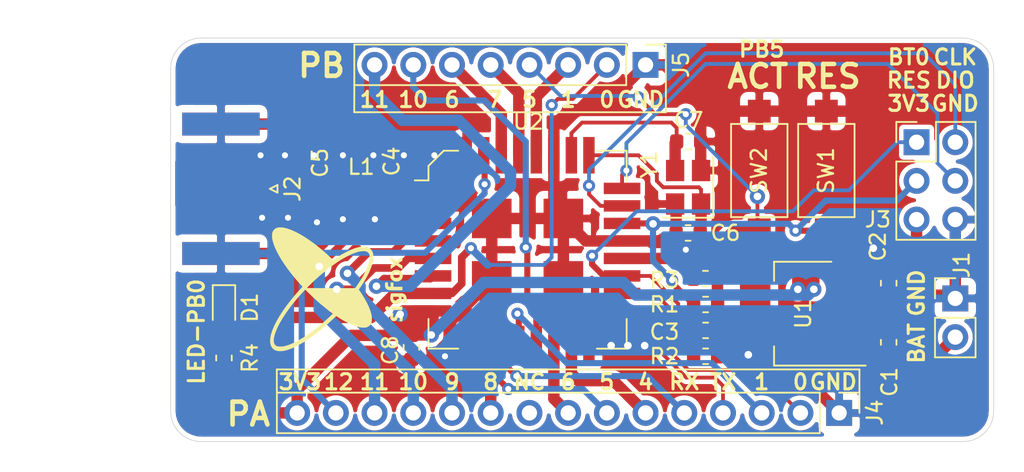
<source format=kicad_pcb>
(kicad_pcb (version 20171130) (host pcbnew 5.1.6)
  (layers (0 F.Cu signal) (31 B.Cu signal) (34 B.Paste user) (35 F.Paste user) (36 B.SilkS user) (37 F.SilkS user) (38 B.Mask user) (39 F.Mask user) (44 Edge.Cuts user))
  (net 0 "")
  (net 1 GND)
  (net 2 +BATT)
  (net 3 +3V3)
  (net 4 "Net-(C4-Pad1)")
  (net 5 "Net-(C5-Pad1)")
  (net 6 /SWDIO)
  (net 7 /SWCLK)
  (net 8 "Net-(C6-Pad1)")
  (net 9 "Net-(C7-Pad1)")
  (net 10 /NRESET)
  (net 11 /PB5)
  (net 12 /PA12)
  (net 13 /PB6)
  (net 14 /PB7)
  (net 15 /PB1)
  (net 16 /PA0)
  (net 17 /PA2_TX)
  (net 18 /PA4)
  (net 19 /PA6)
  (net 20 /PB10)
  (net 21 /PA1)
  (net 22 /PA3_RX)
  (net 23 /PA5)
  (net 24 /PA8)
  (net 25 /PB0)
  (net 26 /PB11)
  (net 27 /PA10)
  (net 28 /PA9)
  (net 29 /PA11)
  (net 30 /BOOT0)
  (net 31 "Net-(D1-Pad2)")
  (module Fiducial:Fiducial_0.75mm_Mask1.5mm (layer F.Cu) (at 157.2 71.1)
    (fp_text reference FID2 hide)
    (fp_text value Fiducial)
    (pad "" smd circle (at 0 0) (size 0.75 0.75) (layers F.Cu F.Mask) (clearance 0.375))
  )
  (module Fiducial:Fiducial_0.75mm_Mask1.5mm (layer F.Cu) (at 108.3 48.3)
    (fp_text reference FID1 hide)
    (fp_text value Fiducial)
    (pad "" smd circle (at 0 0) (size 0.75 0.75) (layers F.Cu F.Mask) (clearance 0.375))
  )
  (module Project:sigfoxlogo (layer F.Cu) (at 117 63 90)
    (fp_text reference G*** hide)
    (fp_text value LOGO hide)
  )
  (module Project:iMCP_HT32SX (layer F.Cu) (at 129.418 60.398)
    (fp_text reference U2 (at 0.05 -8.4) (layer F.SilkS))
    (fp_text value iMCP_HT32SX_2_2)
    (pad 33 smd custom (at -2.35 -2.05) (size 1 1) (layers F.Cu F.Paste F.Mask) (net 1 GND) (options (clearance outline) (anchor rect)) (primitives (gr_poly (pts (xy 1.3 1.3) (xy -1.3 1.3) (xy -1.3 -0.5) (xy -0.5 -1.3) (xy 1.3 -1.3)) (width 0))))
    (pad 33 smd rect (at 2.35 2.05) (size 2.6 2.6) (layers F.Cu F.Paste F.Mask) (net 1 GND))
    (pad 33 smd rect (at -2.35 2.05) (size 2.6 2.6) (layers F.Cu F.Paste F.Mask) (net 1 GND))
    (pad 33 smd rect (at 2.35 -2.05) (size 2.6 2.6) (layers F.Cu F.Paste F.Mask) (net 1 GND))
    (pad 32 smd rect (at -4.025 -6.2) (size 0.75 2.4) (layers F.Cu F.Paste F.Mask) (net 1 GND))
    (pad 31 smd rect (at -2.875 -6.2) (size 0.75 2.4) (layers F.Cu F.Paste F.Mask) (net 12 /PA12))
    (pad 30 smd rect (at -1.725 -6.2) (size 0.75 2.4) (layers F.Cu F.Paste F.Mask) (net 13 /PB6))
    (pad 29 smd rect (at -0.575 -6.2) (size 0.75 2.4) (layers F.Cu F.Paste F.Mask) (net 14 /PB7))
    (pad 28 smd rect (at 0.575 -6.2) (size 0.75 2.4) (layers F.Cu F.Paste F.Mask) (net 15 /PB1))
    (pad 27 smd rect (at 1.725 -6.2) (size 0.75 2.4) (layers F.Cu F.Paste F.Mask) (net 1 GND))
    (pad 26 smd rect (at 2.875 -6.2) (size 0.75 2.4) (layers F.Cu F.Paste F.Mask) (net 9 "Net-(C7-Pad1)"))
    (pad 25 smd rect (at 4.025 -6.2) (size 0.75 2.4) (layers F.Cu F.Paste F.Mask) (net 8 "Net-(C6-Pad1)"))
    (pad 24 smd rect (at 6.2 -4.025) (size 2.4 0.75) (layers F.Cu F.Paste F.Mask) (net 6 /SWDIO))
    (pad 23 smd rect (at 6.2 -2.875) (size 2.4 0.75) (layers F.Cu F.Paste F.Mask) (net 7 /SWCLK))
    (pad 22 smd rect (at 6.2 -1.725) (size 2.4 0.75) (layers F.Cu F.Paste F.Mask) (net 10 /NRESET))
    (pad 21 smd rect (at 6.2 -0.575) (size 2.4 0.75) (layers F.Cu F.Paste F.Mask) (net 1 GND))
    (pad 20 smd rect (at 6.2 0.575) (size 2.4 0.75) (layers F.Cu F.Paste F.Mask) (net 11 /PB5))
    (pad 19 smd rect (at 6.2 1.725) (size 2.4 0.75) (layers F.Cu F.Paste F.Mask) (net 30 /BOOT0))
    (pad 18 smd rect (at 6.2 2.875) (size 2.4 0.75) (layers F.Cu F.Paste F.Mask) (net 16 /PA0))
    (pad 17 smd rect (at 6.2 4.025) (size 2.4 0.75) (layers F.Cu F.Paste F.Mask) (net 17 /PA2_TX))
    (pad 16 smd rect (at 4.025 6.2) (size 0.75 2.4) (layers F.Cu F.Paste F.Mask) (net 1 GND))
    (pad 15 smd rect (at 2.875 6.2) (size 0.75 2.4) (layers F.Cu F.Paste F.Mask) (net 18 /PA4))
    (pad 14 smd rect (at 1.725 6.2) (size 0.75 2.4) (layers F.Cu F.Paste F.Mask) (net 19 /PA6))
    (pad 13 smd rect (at 0.575 6.2) (size 0.75 2.4) (layers F.Cu F.Paste F.Mask) (net 20 /PB10))
    (pad 12 smd rect (at -0.575 6.2) (size 0.75 2.4) (layers F.Cu F.Paste F.Mask) (net 21 /PA1))
    (pad 11 smd rect (at -1.725 6.2) (size 0.75 2.4) (layers F.Cu F.Paste F.Mask) (net 22 /PA3_RX))
    (pad 10 smd rect (at -2.875 6.2) (size 0.75 2.4) (layers F.Cu F.Paste F.Mask) (net 23 /PA5))
    (pad 9 smd rect (at -4.025 6.2) (size 0.75 2.4) (layers F.Cu F.Paste F.Mask) (net 24 /PA8))
    (pad 8 smd rect (at -6.2 4.025) (size 2.4 0.75) (layers F.Cu F.Paste F.Mask) (net 3 +3V3))
    (pad 7 smd rect (at -6.2 2.875) (size 2.4 0.75) (layers F.Cu F.Paste F.Mask) (net 25 /PB0))
    (pad 6 smd rect (at -6.2 1.725) (size 2.4 0.75) (layers F.Cu F.Paste F.Mask) (net 26 /PB11))
    (pad 5 smd rect (at -6.2 0.575) (size 2.4 0.75) (layers F.Cu F.Paste F.Mask) (net 27 /PA10))
    (pad 4 smd rect (at -6.2 -0.575) (size 2.4 0.75) (layers F.Cu F.Paste F.Mask) (net 28 /PA9))
    (pad 3 smd rect (at -6.2 -1.725) (size 2.4 0.75) (layers F.Cu F.Paste F.Mask) (net 29 /PA11))
    (pad 2 smd rect (at -6.2 -2.875) (size 2.4 0.75) (layers F.Cu F.Paste F.Mask) (net 1 GND))
    (pad 1 smd rect (at -6.2 -4.025) (size 2.4 0.75) (layers F.Cu F.Paste F.Mask) (net 4 "Net-(C4-Pad1)"))
  )
  (module Connector_PinHeader_2.54mm:PinHeader_1x08_P2.54mm_Vertical (layer F.Cu) (at 137.16 48.26 270)
    (fp_text reference J5 (at 0 -2.33 90) (layer F.SilkS))
    (fp_text value PORTB)
    (pad 8 thru_hole oval (at 0 17.78 270) (size 1.7 1.7) (drill 1) (layers *.Cu *.Mask) (net 26 /PB11))
    (pad 7 thru_hole oval (at 0 15.24 270) (size 1.7 1.7) (drill 1) (layers *.Cu *.Mask) (net 20 /PB10))
    (pad 6 thru_hole oval (at 0 12.7 270) (size 1.7 1.7) (drill 1) (layers *.Cu *.Mask) (net 13 /PB6))
    (pad 5 thru_hole oval (at 0 10.16 270) (size 1.7 1.7) (drill 1) (layers *.Cu *.Mask) (net 14 /PB7))
    (pad 4 thru_hole oval (at 0 7.62 270) (size 1.7 1.7) (drill 1) (layers *.Cu *.Mask) (net 11 /PB5))
    (pad 3 thru_hole oval (at 0 5.08 270) (size 1.7 1.7) (drill 1) (layers *.Cu *.Mask) (net 15 /PB1))
    (pad 2 thru_hole oval (at 0 2.54 270) (size 1.7 1.7) (drill 1) (layers *.Cu *.Mask) (net 25 /PB0))
    (pad 1 thru_hole rect (at 0 0 270) (size 1.7 1.7) (drill 1) (layers *.Cu *.Mask) (net 1 GND))
  )
  (module Resistor_SMD:R_0603_1608Metric (layer F.Cu) (at 109.5 67.5125 90)
    (fp_text reference R4 (at 0 1.7 90) (layer F.SilkS))
    (fp_text value R)
    (pad 2 smd roundrect (at 0.7875 0 90) (size 0.875 0.95) (layers F.Cu F.Paste F.Mask) (net 31 "Net-(D1-Pad2)"))
    (pad 1 smd roundrect (at -0.7875 0 90) (size 0.875 0.95) (layers F.Cu F.Paste F.Mask) (net 3 +3V3))
  )
  (module LED_SMD:LED_0603_1608Metric (layer F.Cu) (at 109.5 64.2125 270)
    (fp_text reference D1 (at -0.0125 -1.7 90) (layer F.SilkS))
    (fp_text value RED)
    (pad 2 smd roundrect (at 0.7875 0 270) (size 0.875 0.95) (layers F.Cu F.Paste F.Mask) (net 31 "Net-(D1-Pad2)"))
    (pad 1 smd roundrect (at -0.7875 0 270) (size 0.875 0.95) (layers F.Cu F.Paste F.Mask) (net 25 /PB0))
  )
  (module Connector_PinHeader_2.54mm:PinHeader_1x15_P2.54mm_Vertical (layer F.Cu) (at 149.86 71.12 270)
    (fp_text reference J4 (at -0.02 -2.34 90) (layer F.SilkS))
    (fp_text value PORTA)
    (pad 15 thru_hole oval (at 0 35.56 270) (size 1.7 1.7) (drill 1) (layers *.Cu *.Mask) (net 3 +3V3))
    (pad 14 thru_hole oval (at 0 33.02 270) (size 1.7 1.7) (drill 1) (layers *.Cu *.Mask) (net 12 /PA12))
    (pad 13 thru_hole oval (at 0 30.48 270) (size 1.7 1.7) (drill 1) (layers *.Cu *.Mask) (net 29 /PA11))
    (pad 12 thru_hole oval (at 0 27.94 270) (size 1.7 1.7) (drill 1) (layers *.Cu *.Mask) (net 27 /PA10))
    (pad 11 thru_hole oval (at 0 25.4 270) (size 1.7 1.7) (drill 1) (layers *.Cu *.Mask) (net 28 /PA9))
    (pad 10 thru_hole oval (at 0 22.86 270) (size 1.7 1.7) (drill 1) (layers *.Cu *.Mask) (net 24 /PA8))
    (pad 9 thru_hole oval (at 0 20.32 270) (size 1.7 1.7) (drill 1) (layers *.Cu *.Mask))
    (pad 8 thru_hole oval (at 0 17.78 270) (size 1.7 1.7) (drill 1) (layers *.Cu *.Mask) (net 19 /PA6))
    (pad 7 thru_hole oval (at 0 15.24 270) (size 1.7 1.7) (drill 1) (layers *.Cu *.Mask) (net 23 /PA5))
    (pad 6 thru_hole oval (at 0 12.7 270) (size 1.7 1.7) (drill 1) (layers *.Cu *.Mask) (net 18 /PA4))
    (pad 5 thru_hole oval (at 0 10.16 270) (size 1.7 1.7) (drill 1) (layers *.Cu *.Mask) (net 22 /PA3_RX))
    (pad 4 thru_hole oval (at 0 7.62 270) (size 1.7 1.7) (drill 1) (layers *.Cu *.Mask) (net 17 /PA2_TX))
    (pad 3 thru_hole oval (at 0 5.08 270) (size 1.7 1.7) (drill 1) (layers *.Cu *.Mask) (net 21 /PA1))
    (pad 2 thru_hole oval (at 0 2.54 270) (size 1.7 1.7) (drill 1) (layers *.Cu *.Mask) (net 16 /PA0))
    (pad 1 thru_hole rect (at 0 0 270) (size 1.7 1.7) (drill 1) (layers *.Cu *.Mask) (net 1 GND))
  )
  (module Connector_PinHeader_2.54mm:PinHeader_2x03_P2.54mm_Vertical (layer F.Cu) (at 154.94 53.34)
    (fp_text reference J3 (at -2.54 5.08) (layer F.SilkS))
    (fp_text value Programmer)
    (pad 6 thru_hole oval (at 2.54 5.08) (size 1.7 1.7) (drill 1) (layers *.Cu *.Mask) (net 1 GND))
    (pad 5 thru_hole oval (at 0 5.08) (size 1.7 1.7) (drill 1) (layers *.Cu *.Mask) (net 3 +3V3))
    (pad 4 thru_hole oval (at 2.54 2.54) (size 1.7 1.7) (drill 1) (layers *.Cu *.Mask) (net 6 /SWDIO))
    (pad 3 thru_hole oval (at 0 2.54) (size 1.7 1.7) (drill 1) (layers *.Cu *.Mask) (net 10 /NRESET))
    (pad 2 thru_hole oval (at 2.54 0) (size 1.7 1.7) (drill 1) (layers *.Cu *.Mask) (net 7 /SWCLK))
    (pad 1 thru_hole rect (at 0 0) (size 1.7 1.7) (drill 1) (layers *.Cu *.Mask) (net 30 /BOOT0))
  )
  (module Connector_PinHeader_2.54mm:PinHeader_1x02_P2.54mm_Vertical (layer F.Cu) (at 157.48 63.6)
    (fp_text reference J1 (at 0.42 -2.2 90) (layer F.SilkS))
    (fp_text value Power)
    (pad 2 thru_hole oval (at 0 2.54) (size 1.7 1.7) (drill 1) (layers *.Cu *.Mask) (net 2 +BATT))
    (pad 1 thru_hole rect (at 0 0) (size 1.7 1.7) (drill 1) (layers *.Cu *.Mask) (net 1 GND))
  )
  (module Button_Switch_SMD:SW_SPST_CK_RS282G05A3 (layer F.Cu) (at 144.62 55.2 90)
    (fp_text reference SW2 (at 0 -0.02 90) (layer F.SilkS))
    (fp_text value "Action Button")
    (pad 2 smd rect (at 3.9 0 90) (size 1.5 1.5) (layers F.Cu F.Paste F.Mask) (net 1 GND))
    (pad 1 smd rect (at -3.9 0 90) (size 1.5 1.5) (layers F.Cu F.Paste F.Mask) (net 11 /PB5))
  )
  (module Resistor_SMD:R_0603_1608Metric (layer F.Cu) (at 141.0875 62.3 180)
    (fp_text reference R3 (at 2.6875 -0.1) (layer F.SilkS))
    (fp_text value 100K)
    (pad 2 smd roundrect (at 0.7875 0 180) (size 0.875 0.95) (layers F.Cu F.Paste F.Mask) (net 11 /PB5))
    (pad 1 smd roundrect (at -0.7875 0 180) (size 0.875 0.95) (layers F.Cu F.Paste F.Mask) (net 3 +3V3))
  )
  (module Capacitor_SMD:C_0603_1608Metric (layer F.Cu) (at 121.8 66.8125 270)
    (fp_text reference C8 (at 0.1875 1.4 90) (layer F.SilkS))
    (fp_text value 100nF)
    (pad 2 smd roundrect (at 0.7875 0 270) (size 0.875 0.95) (layers F.Cu F.Paste F.Mask) (net 1 GND))
    (pad 1 smd roundrect (at -0.7875 0 270) (size 0.875 0.95) (layers F.Cu F.Paste F.Mask) (net 3 +3V3))
  )
  (module Crystal:Crystal_SMD_3225-4Pin_3.2x2.5mm (layer F.Cu) (at 139.95 56.3 90)
    (fp_text reference Y1 (at 1.5 -2.55 90) (layer F.SilkS))
    (fp_text value 25MHz)
    (pad 4 smd rect (at -1.1 -0.85 90) (size 1.4 1.2) (layers F.Cu F.Paste F.Mask) (net 1 GND))
    (pad 3 smd rect (at 1.1 -0.85 90) (size 1.4 1.2) (layers F.Cu F.Paste F.Mask) (net 9 "Net-(C7-Pad1)"))
    (pad 2 smd rect (at 1.1 0.85 90) (size 1.4 1.2) (layers F.Cu F.Paste F.Mask) (net 1 GND))
    (pad 1 smd rect (at -1.1 0.85 90) (size 1.4 1.2) (layers F.Cu F.Paste F.Mask) (net 8 "Net-(C6-Pad1)"))
  )
  (module Connector_Coaxial:SMA_Amphenol_132289_EdgeMount (layer F.Cu) (at 109.3 56.4 180)
    (fp_text reference J2 (at -4.7 0 90) (layer F.SilkS))
    (fp_text value Antenna)
    (pad 1 smd rect (at 0 0 270) (size 1.5 5.08) (layers F.Cu F.Paste F.Mask) (net 5 "Net-(C5-Pad1)"))
    (pad 2 smd rect (at 0 -4.25 270) (size 1.5 5.08) (layers F.Cu F.Paste F.Mask) (net 1 GND))
    (pad 2 smd rect (at 0 4.25 270) (size 1.5 5.08) (layers F.Cu F.Paste F.Mask) (net 1 GND))
    (pad 2 smd rect (at 0 -4.25 270) (size 1.5 5.08) (layers B.Cu B.Paste B.Mask) (net 1 GND))
    (pad 2 smd rect (at 0 4.25 270) (size 1.5 5.08) (layers B.Cu B.Paste B.Mask) (net 1 GND))
  )
  (module Capacitor_SMD:C_0603_1608Metric (layer F.Cu) (at 139.9875 53.3)
    (fp_text reference C7 (at -0.0125 -1.4) (layer F.SilkS))
    (fp_text value 12pF)
    (pad 2 smd roundrect (at 0.7875 0) (size 0.875 0.95) (layers F.Cu F.Paste F.Mask) (net 1 GND))
    (pad 1 smd roundrect (at -0.7875 0) (size 0.875 0.95) (layers F.Cu F.Paste F.Mask) (net 9 "Net-(C7-Pad1)"))
  )
  (module Capacitor_SMD:C_0603_1608Metric (layer F.Cu) (at 139.95 59.3 180)
    (fp_text reference C6 (at -2.45 0) (layer F.SilkS))
    (fp_text value 12pF)
    (pad 2 smd roundrect (at 0.7875 0 180) (size 0.875 0.95) (layers F.Cu F.Paste F.Mask) (net 1 GND))
    (pad 1 smd roundrect (at -0.7875 0 180) (size 0.875 0.95) (layers F.Cu F.Paste F.Mask) (net 8 "Net-(C6-Pad1)"))
  )
  (module Button_Switch_SMD:SW_SPST_CK_RS282G05A3 (layer F.Cu) (at 149.02 55.2 90)
    (fp_text reference SW1 (at 0 -0.02 90) (layer F.SilkS))
    (fp_text value "Reset Button")
    (pad 2 smd rect (at 3.9 0 90) (size 1.5 1.5) (layers F.Cu F.Paste F.Mask) (net 1 GND))
    (pad 1 smd rect (at -3.9 0 90) (size 1.5 1.5) (layers F.Cu F.Paste F.Mask) (net 10 /NRESET))
  )
  (module Package_TO_SOT_SMD:SOT-223 (layer F.Cu) (at 147.5 64.6 180)
    (fp_text reference U1 (at 0 0 90) (layer F.SilkS))
    (fp_text value MIC5239-3.3YMM)
    (pad 1 smd rect (at -3.15 -2.3 180) (size 2 1.5) (layers F.Cu F.Paste F.Mask) (net 2 +BATT))
    (pad 3 smd rect (at -3.15 2.3 180) (size 2 1.5) (layers F.Cu F.Paste F.Mask) (net 3 +3V3))
    (pad 2 smd rect (at -3.15 0 180) (size 2 1.5) (layers F.Cu F.Paste F.Mask) (net 1 GND))
    (pad 4 smd rect (at 3.15 0 180) (size 2 3.8) (layers F.Cu F.Paste F.Mask) (net 1 GND))
  )
  (module Resistor_SMD:R_0603_1608Metric (layer F.Cu) (at 141.1 67.4)
    (fp_text reference R2 (at -2.7 0) (layer F.SilkS))
    (fp_text value 100K)
    (pad 2 smd roundrect (at 0.7875 0) (size 0.875 0.95) (layers F.Cu F.Paste F.Mask) (net 1 GND))
    (pad 1 smd roundrect (at -0.7875 0) (size 0.875 0.95) (layers F.Cu F.Paste F.Mask) (net 30 /BOOT0))
  )
  (module Resistor_SMD:R_0603_1608Metric (layer F.Cu) (at 141.1 64 180)
    (fp_text reference R1 (at 2.7 0) (layer F.SilkS))
    (fp_text value 100K)
    (pad 2 smd roundrect (at 0.7875 0 180) (size 0.875 0.95) (layers F.Cu F.Paste F.Mask) (net 10 /NRESET))
    (pad 1 smd roundrect (at -0.7875 0 180) (size 0.875 0.95) (layers F.Cu F.Paste F.Mask) (net 3 +3V3))
  )
  (module Inductor_SMD:L_0402_1005Metric (layer F.Cu) (at 118.215 56.4 180)
    (fp_text reference L1 (at -0.285 1.44) (layer F.SilkS))
    (fp_text value 5.6nH)
    (pad 2 smd roundrect (at 0.485 0 180) (size 0.59 0.64) (layers F.Cu F.Paste F.Mask) (net 5 "Net-(C5-Pad1)"))
    (pad 1 smd roundrect (at -0.485 0 180) (size 0.59 0.64) (layers F.Cu F.Paste F.Mask) (net 4 "Net-(C4-Pad1)"))
  )
  (module Capacitor_SMD:C_0201_0603Metric (layer F.Cu) (at 115.8 56.9 270)
    (fp_text reference C5 (at -2.2 0 90) (layer F.SilkS))
    (fp_text value 4.7pF)
    (pad 2 smd roundrect (at 0.32 0 270) (size 0.46 0.4) (layers F.Cu F.Mask) (net 1 GND))
    (pad 1 smd roundrect (at -0.32 0 270) (size 0.46 0.4) (layers F.Cu F.Mask) (net 5 "Net-(C5-Pad1)"))
  )
  (module Capacitor_SMD:C_0201_0603Metric (layer F.Cu) (at 120.6 56.9 270)
    (fp_text reference C4 (at -2.3 0.1 90) (layer F.SilkS))
    (fp_text value DNP)
    (pad 2 smd roundrect (at 0.32 0 270) (size 0.46 0.4) (layers F.Cu F.Mask) (net 1 GND))
    (pad 1 smd roundrect (at -0.32 0 270) (size 0.46 0.4) (layers F.Cu F.Mask) (net 4 "Net-(C4-Pad1)"))
  )
  (module Capacitor_SMD:C_0603_1608Metric (layer F.Cu) (at 141.1 65.7)
    (fp_text reference C3 (at -2.7 0.1) (layer F.SilkS))
    (fp_text value 100nF)
    (pad 2 smd roundrect (at 0.7875 0) (size 0.875 0.95) (layers F.Cu F.Paste F.Mask) (net 1 GND))
    (pad 1 smd roundrect (at -0.7875 0) (size 0.875 0.95) (layers F.Cu F.Paste F.Mask) (net 10 /NRESET))
  )
  (module Capacitor_SMD:C_0603_1608Metric (layer F.Cu) (at 153.11 62.6 270)
    (fp_text reference C2 (at -2.402 0.71 90) (layer F.SilkS))
    (fp_text value 10µF)
    (pad 2 smd roundrect (at 0.7875 0 270) (size 0.875 0.95) (layers F.Cu F.Paste F.Mask) (net 1 GND))
    (pad 1 smd roundrect (at -0.7875 0 270) (size 0.875 0.95) (layers F.Cu F.Paste F.Mask) (net 3 +3V3))
  )
  (module Capacitor_SMD:C_0603_1608Metric (layer F.Cu) (at 153.11 66.4825 90)
    (fp_text reference C1 (at -2.6055 0.052 90) (layer F.SilkS))
    (fp_text value 10µF)
    (pad 2 smd roundrect (at 0.7875 0 90) (size 0.875 0.95) (layers F.Cu F.Paste F.Mask) (net 1 GND))
    (pad 1 smd roundrect (at -0.7875 0 90) (size 0.875 0.95) (layers F.Cu F.Paste F.Mask) (net 2 +BATT))
  )
  (gr_arc (start 158 48.5) (end 160 48.5) (angle -90) (layer Edge.Cuts) (width 0.05))
  (gr_arc (start 108 48.5) (end 108 46.5) (angle -90) (layer Edge.Cuts) (width 0.05))
  (gr_arc (start 108 71) (end 106 71) (angle -90) (layer Edge.Cuts) (width 0.05))
  (gr_arc (start 158 71) (end 158 73) (angle -90) (layer Edge.Cuts) (width 0.05))
  (gr_line (start 151.1935 68.2625) (end 151.0665 68.2625) (layer F.SilkS) (width 0.12))
  (gr_line (start 151.19 69.79) (end 151.1935 68.2625) (layer F.SilkS) (width 0.12))
  (gr_line (start 112.9665 68.2625) (end 151.0665 68.2625) (layer F.SilkS) (width 0.12))
  (gr_line (start 112.97 69.79) (end 112.9665 68.2625) (layer F.SilkS) (width 0.12))
  (gr_line (start 138.4935 51.3715) (end 138.176 51.3715) (layer F.SilkS) (width 0.12))
  (gr_line (start 138.49 48.26) (end 138.4935 51.3715) (layer F.SilkS) (width 0.12))
  (gr_line (start 118.0465 51.3715) (end 138.176 51.3715) (layer F.SilkS) (width 0.12))
  (gr_line (start 118.05 49.59) (end 118.0465 51.3715) (layer F.SilkS) (width 0.12))
  (gr_text GND (at 136.8425 50.546) (layer F.SilkS) (effects (font (size 1 1) (thickness 0.2))))
  (gr_text PB5 (at 144.78 47.244) (layer F.SilkS) (effects (font (size 1 1) (thickness 0.2))))
  (gr_text LED-PB0 (at 107.696 65.786 90) (layer F.SilkS) (effects (font (size 1 1) (thickness 0.2))))
  (gr_text 0 (at 134.62 50.546) (layer F.SilkS) (effects (font (size 1 1) (thickness 0.2))))
  (gr_text 1 (at 132.08 50.546) (layer F.SilkS) (effects (font (size 1 1) (thickness 0.2))))
  (gr_text 5 (at 129.54 50.546) (layer F.SilkS) (effects (font (size 1 1) (thickness 0.2))))
  (gr_text 7 (at 127.254 50.546) (layer F.SilkS) (effects (font (size 1 1) (thickness 0.2))))
  (gr_text 6 (at 124.46 50.546) (layer F.SilkS) (effects (font (size 1 1) (thickness 0.2))))
  (gr_text 10 (at 121.92 50.546) (layer F.SilkS) (effects (font (size 1 1) (thickness 0.2))))
  (gr_text 11 (at 119.38 50.546) (layer F.SilkS) (effects (font (size 1 1) (thickness 0.2))))
  (gr_text PB (at 115.9 48.3) (layer F.SilkS) (effects (font (size 1.5 1.5) (thickness 0.3))))
  (gr_text GND (at 154.94 63.246 90) (layer F.SilkS) (effects (font (size 1 1) (thickness 0.2))))
  (gr_text BAT (at 154.94 66.548 90) (layer F.SilkS) (effects (font (size 1 1) (thickness 0.2))))
  (gr_text ACT (at 144.526 49.022) (layer F.SilkS) (effects (font (size 1.5 1.5) (thickness 0.3))))
  (gr_text RES (at 149.098 49.022) (layer F.SilkS) (effects (font (size 1.5 1.5) (thickness 0.3))))
  (gr_text GND (at 157.48 50.8) (layer F.SilkS) (effects (font (size 1 1) (thickness 0.2))))
  (gr_text DIO (at 157.48 49.276) (layer F.SilkS) (effects (font (size 1 1) (thickness 0.2))))
  (gr_text CLK (at 157.48 47.752) (layer F.SilkS) (effects (font (size 1 1) (thickness 0.2))))
  (gr_text BT0 (at 154.432 47.752) (layer F.SilkS) (effects (font (size 1 1) (thickness 0.2))))
  (gr_text 3V3 (at 154.432 50.8) (layer F.SilkS) (effects (font (size 1 1) (thickness 0.2))))
  (gr_text RES (at 154.432 49.276) (layer F.SilkS) (effects (font (size 1 1) (thickness 0.2))))
  (gr_text GND (at 149.479 69.088) (layer F.SilkS) (effects (font (size 1 1) (thickness 0.2))))
  (gr_text 0 (at 147.32 69.088) (layer F.SilkS) (effects (font (size 1 1) (thickness 0.2))))
  (gr_text 1 (at 144.78 69.088) (layer F.SilkS) (effects (font (size 1 1) (thickness 0.2))))
  (gr_text TX (at 142.24 69.088) (layer F.SilkS) (effects (font (size 1 1) (thickness 0.2))))
  (gr_text RX (at 139.7 69.088) (layer F.SilkS) (effects (font (size 1 1) (thickness 0.2))))
  (gr_text 4 (at 137.16 69.088) (layer F.SilkS) (effects (font (size 1 1) (thickness 0.2))))
  (gr_text 5 (at 134.62 69.088) (layer F.SilkS) (effects (font (size 1 1) (thickness 0.2))))
  (gr_text 6 (at 132.08 69.088) (layer F.SilkS) (effects (font (size 1 1) (thickness 0.2))))
  (gr_text NC (at 129.54 69.088) (layer F.SilkS) (effects (font (size 1 1) (thickness 0.2))))
  (gr_text 8 (at 127 69.088) (layer F.SilkS) (effects (font (size 1 1) (thickness 0.2))))
  (gr_text 9 (at 124.46 69.088) (layer F.SilkS) (effects (font (size 1 1) (thickness 0.2))))
  (gr_text 10 (at 121.92 69.088) (layer F.SilkS) (effects (font (size 1 1) (thickness 0.2))))
  (gr_text 11 (at 119.38 69.088) (layer F.SilkS) (effects (font (size 1 1) (thickness 0.2))))
  (gr_text 12 (at 117.0305 69.088) (layer F.SilkS) (effects (font (size 1 1) (thickness 0.2))))
  (gr_text 3V3 (at 114.4905 69.088) (layer F.SilkS) (effects (font (size 1 1) (thickness 0.2))))
  (gr_text PA (at 111.1 71.2) (layer F.SilkS) (effects (font (size 1.5 1.5) (thickness 0.3))))
  (gr_line (start 158 46.5) (end 108 46.5) (layer Edge.Cuts) (width 0.05))
  (gr_line (start 160 71) (end 160 48.5) (layer Edge.Cuts) (width 0.05))
  (gr_line (start 108 73) (end 158 73) (layer Edge.Cuts) (width 0.05))
  (gr_line (start 106 48.5) (end 106 71) (layer Edge.Cuts) (width 0.05))
  (segment (start 125.393 56.673) (end 127.068 58.348) (width 0.75) (layer F.Cu) (net 1))
  (segment (start 125.393 54.198) (end 125.393 56.673) (width 0.75) (layer F.Cu) (net 1))
  (segment (start 126.243 57.523) (end 127.068 58.348) (width 0.75) (layer F.Cu) (net 1))
  (segment (start 123.218 57.523) (end 126.243 57.523) (width 0.75) (layer F.Cu) (net 1))
  (segment (start 127.068 58.348) (end 131.768 58.348) (width 0.75) (layer F.Cu) (net 1))
  (segment (start 131.768 58.348) (end 131.768 62.448) (width 0.75) (layer F.Cu) (net 1))
  (segment (start 127.068 58.348) (end 127.068 62.448) (width 0.75) (layer F.Cu) (net 1))
  (segment (start 133.243 59.823) (end 131.768 58.348) (width 0.75) (layer F.Cu) (net 1))
  (segment (start 135.618 59.823) (end 133.243 59.823) (width 0.75) (layer F.Cu) (net 1))
  (segment (start 131.143 57.723) (end 131.143 54.198) (width 0.75) (layer F.Cu) (net 1))
  (segment (start 131.768 58.348) (end 131.143 57.723) (width 0.75) (layer F.Cu) (net 1))
  (segment (start 133.443 64.123) (end 131.768 62.448) (width 0.75) (layer F.Cu) (net 1))
  (segment (start 133.443 66.598) (end 133.443 64.123) (width 0.75) (layer F.Cu) (net 1))
  (segment (start 127.068 62.448) (end 127.068 62.733002) (width 0.25) (layer F.Cu) (net 1))
  (segment (start 143.25 65.7) (end 144.35 64.6) (width 0.75) (layer F.Cu) (net 1))
  (segment (start 141.8875 65.7) (end 143.25 65.7) (width 0.75) (layer F.Cu) (net 1))
  (segment (start 141.8875 65.7) (end 141.8875 67.4) (width 0.75) (layer F.Cu) (net 1))
  (segment (start 149.02 51.3) (end 144.62 51.3) (width 0.75) (layer F.Cu) (net 1))
  (segment (start 153.02 64.6) (end 153.11 64.69) (width 0.75) (layer F.Cu) (net 1))
  (segment (start 150.65 64.6) (end 153.02 64.6) (width 0.75) (layer F.Cu) (net 1))
  (segment (start 153.11 64.69) (end 153.11 63.3875) (width 0.75) (layer F.Cu) (net 1))
  (segment (start 153.11 65.695) (end 153.11 64.69) (width 0.75) (layer F.Cu) (net 1))
  (segment (start 157.2675 63.3875) (end 157.48 63.6) (width 0.75) (layer F.Cu) (net 1))
  (segment (start 153.11 63.3875) (end 157.2675 63.3875) (width 0.75) (layer F.Cu) (net 1))
  (segment (start 157.48 58.42) (end 157.48 63.6) (width 0.75) (layer F.Cu) (net 1))
  (segment (start 115.8 57.22) (end 115.8 58.3) (width 0.4) (layer F.Cu) (net 1))
  (segment (start 120.6 57.22) (end 120.6 58.4) (width 0.4) (layer F.Cu) (net 1))
  (segment (start 123.218 57.523) (end 121.477 57.523) (width 0.4) (layer F.Cu) (net 1))
  (segment (start 113.55 60.65) (end 115.6 58.6) (width 0.75) (layer F.Cu) (net 1))
  (segment (start 109.3 60.65) (end 113.55 60.65) (width 0.75) (layer F.Cu) (net 1))
  (segment (start 125.393 54.198) (end 123.302 54.198) (width 0.75) (layer F.Cu) (net 1))
  (segment (start 113.35 52.15) (end 109.3 52.15) (width 0.75) (layer F.Cu) (net 1))
  (segment (start 115.398 54.198) (end 115.398 54.198) (width 0.75) (layer F.Cu) (net 1))
  (segment (start 140.775 55.175) (end 140.8 55.2) (width 0.75) (layer F.Cu) (net 1))
  (segment (start 140.775 53.3) (end 140.775 55.175) (width 0.75) (layer F.Cu) (net 1))
  (segment (start 139.1625 57.4625) (end 139.1 57.4) (width 0.75) (layer F.Cu) (net 1))
  (segment (start 139.1625 59.3) (end 139.1625 57.4625) (width 0.75) (layer F.Cu) (net 1))
  (segment (start 144.62 51.3) (end 141.45 51.3) (width 0.75) (layer F.Cu) (net 1))
  (segment (start 140.775 51.975) (end 140.775 53.3) (width 0.75) (layer F.Cu) (net 1))
  (segment (start 141.45 51.3) (end 140.775 51.975) (width 0.75) (layer F.Cu) (net 1))
  (segment (start 138.6395 59.823) (end 135.618 59.823) (width 0.75) (layer F.Cu) (net 1))
  (segment (start 139.1625 59.3) (end 138.6395 59.823) (width 0.75) (layer F.Cu) (net 1))
  (segment (start 138.41 48.26) (end 141.45 51.3) (width 0.75) (layer F.Cu) (net 1))
  (segment (start 137.16 48.26) (end 138.41 48.26) (width 0.75) (layer F.Cu) (net 1))
  (segment (start 148.35 69.61) (end 148.35 64.6) (width 0.75) (layer F.Cu) (net 1))
  (segment (start 149.86 71.12) (end 148.35 69.61) (width 0.75) (layer F.Cu) (net 1))
  (segment (start 148.35 64.6) (end 150.65 64.6) (width 0.75) (layer F.Cu) (net 1))
  (segment (start 144.35 64.6) (end 148.35 64.6) (width 0.75) (layer F.Cu) (net 1))
  (segment (start 121.477 57.523) (end 120.6 58.4) (width 0.4) (layer F.Cu) (net 1))
  (segment (start 120.6 58.4) (end 119.4 58.4) (width 0.75) (layer F.Cu) (net 1))
  (segment (start 121.8 67.6) (end 122.832002 67.6) (width 0.4) (layer F.Cu) (net 1))
  (segment (start 124.2 66.232002) (end 124.2 65.6) (width 0.25) (layer F.Cu) (net 1))
  (segment (start 127.068 62.732) (end 127.068 62.448) (width 0.25) (layer F.Cu) (net 1))
  (segment (start 124.2 65.6) (end 127.068 62.732) (width 0.25) (layer F.Cu) (net 1))
  (segment (start 131.143 52.248) (end 132.191 51.2) (width 0.75) (layer F.Cu) (net 1))
  (segment (start 131.143 54.198) (end 131.143 52.248) (width 0.75) (layer F.Cu) (net 1))
  (segment (start 134.22 51.2) (end 137.16 48.26) (width 0.75) (layer F.Cu) (net 1))
  (segment (start 132.191 51.2) (end 134.22 51.2) (width 0.75) (layer F.Cu) (net 1))
  (segment (start 149.02 51.3) (end 151.35 51.3) (width 0.75) (layer F.Cu) (net 1))
  (segment (start 151.35 51.3) (end 152.1 52.05) (width 0.75) (layer F.Cu) (net 1))
  (via (at 152.1 60.3) (size 1) (drill 0.5) (layers F.Cu B.Cu) (net 1))
  (segment (start 152.1 52.05) (end 152.1 60.3) (width 0.75) (layer F.Cu) (net 1))
  (segment (start 152.1 60.3) (end 157.1 60.3) (width 0.75) (layer B.Cu) (net 1))
  (segment (start 157.48 59.92) (end 157.48 58.42) (width 0.75) (layer B.Cu) (net 1))
  (segment (start 157.1 60.3) (end 157.48 59.92) (width 0.75) (layer B.Cu) (net 1))
  (via (at 143.9 67.3) (size 1) (drill 0.5) (layers F.Cu B.Cu) (net 1))
  (segment (start 144.35 66.85) (end 143.9 67.3) (width 0.75) (layer F.Cu) (net 1))
  (segment (start 144.35 64.6) (end 144.35 66.85) (width 0.75) (layer F.Cu) (net 1))
  (via (at 134.9 66.7) (size 1) (drill 0.5) (layers F.Cu B.Cu) (net 1))
  (segment (start 143.3 66.7) (end 137.1 66.7) (width 0.75) (layer B.Cu) (net 1))
  (segment (start 143.9 67.3) (end 143.3 66.7) (width 0.75) (layer B.Cu) (net 1))
  (segment (start 133.545 66.7) (end 133.443 66.598) (width 0.75) (layer F.Cu) (net 1))
  (segment (start 134.9 66.7) (end 133.545 66.7) (width 0.75) (layer F.Cu) (net 1))
  (segment (start 115.398 54.198) (end 113.35 52.15) (width 0.75) (layer F.Cu) (net 1))
  (via (at 115.398 54.198) (size 0.8) (drill 0.4) (layers F.Cu B.Cu) (net 1))
  (segment (start 117.302 54.198) (end 115.398 54.198) (width 0.75) (layer F.Cu) (net 1))
  (via (at 117.302 54.198) (size 0.8) (drill 0.4) (layers F.Cu B.Cu) (net 1))
  (segment (start 119.302 54.198) (end 117.302 54.198) (width 0.75) (layer F.Cu) (net 1))
  (via (at 119.302 54.198) (size 0.8) (drill 0.4) (layers F.Cu B.Cu) (net 1))
  (segment (start 121.302 54.198) (end 119.302 54.198) (width 0.75) (layer F.Cu) (net 1))
  (via (at 121.302 54.198) (size 0.8) (drill 0.4) (layers F.Cu B.Cu) (net 1))
  (segment (start 123.302 54.198) (end 121.302 54.198) (width 0.75) (layer F.Cu) (net 1))
  (via (at 123.302 54.198) (size 0.8) (drill 0.4) (layers F.Cu B.Cu) (net 1))
  (segment (start 115.6 58.6) (end 115.8 58.4) (width 0.75) (layer F.Cu) (net 1))
  (via (at 115.6 58.6) (size 0.8) (drill 0.4) (layers F.Cu B.Cu) (net 1))
  (segment (start 117.3 58.4) (end 115.8 58.4) (width 0.75) (layer F.Cu) (net 1))
  (via (at 117.3 58.4) (size 0.8) (drill 0.4) (layers F.Cu B.Cu) (net 1))
  (segment (start 119.4 58.4) (end 119.4 58.4) (width 0.75) (layer F.Cu) (net 1))
  (via (at 119.4 58.4) (size 0.8) (drill 0.4) (layers F.Cu B.Cu) (net 1))
  (segment (start 119.4 58.4) (end 117.3 58.4) (width 0.75) (layer F.Cu) (net 1))
  (via (at 119.4 58.4) (size 0.8) (drill 0.4) (layers F.Cu B.Cu) (net 1))
  (segment (start 136 66.7) (end 134.9 66.7) (width 0.75) (layer B.Cu) (net 1))
  (via (at 136 66.7) (size 1) (drill 0.5) (layers F.Cu B.Cu) (net 1))
  (segment (start 137.1 66.7) (end 136 66.7) (width 0.75) (layer B.Cu) (net 1))
  (via (at 137.1 66.7) (size 1) (drill 0.5) (layers F.Cu B.Cu) (net 1))
  (via (at 124 67.4) (size 0.8) (drill 0.4) (layers F.Cu B.Cu) (net 1))
  (segment (start 123.566001 66.966001) (end 124 67.4) (width 0.4) (layer F.Cu) (net 1))
  (segment (start 122.832002 67.6) (end 123.466001 66.966001) (width 0.4) (layer F.Cu) (net 1))
  (segment (start 123.466001 66.966001) (end 123.566001 66.966001) (width 0.4) (layer F.Cu) (net 1))
  (segment (start 123.466001 66.966001) (end 124.2 66.232002) (width 0.4) (layer F.Cu) (net 1))
  (via (at 139.8 60.4) (size 0.8) (drill 0.4) (layers F.Cu B.Cu) (net 1))
  (segment (start 139.1625 59.7625) (end 139.8 60.4) (width 0.4) (layer F.Cu) (net 1))
  (segment (start 139.1625 59.3) (end 139.1625 59.7625) (width 0.4) (layer F.Cu) (net 1))
  (via (at 113.5 54.2) (size 0.8) (drill 0.4) (layers F.Cu B.Cu) (net 1))
  (segment (start 113.502 54.198) (end 113.5 54.2) (width 0.75) (layer F.Cu) (net 1))
  (segment (start 115.398 54.198) (end 113.502 54.198) (width 0.75) (layer F.Cu) (net 1))
  (via (at 111.9 54.2) (size 0.8) (drill 0.4) (layers F.Cu B.Cu) (net 1))
  (segment (start 113.5 54.2) (end 111.9 54.2) (width 0.75) (layer F.Cu) (net 1))
  (via (at 113.7 58.3) (size 0.8) (drill 0.4) (layers F.Cu B.Cu) (net 1))
  (segment (start 114 58.6) (end 113.7 58.3) (width 0.75) (layer F.Cu) (net 1))
  (segment (start 115.6 58.6) (end 114 58.6) (width 0.75) (layer F.Cu) (net 1))
  (via (at 112 58.3) (size 0.8) (drill 0.4) (layers F.Cu B.Cu) (net 1))
  (segment (start 113.7 58.3) (end 112 58.3) (width 0.75) (layer F.Cu) (net 1))
  (segment (start 151.02 67.27) (end 150.65 66.9) (width 0.75) (layer F.Cu) (net 2))
  (segment (start 153.11 67.27) (end 151.02 67.27) (width 0.75) (layer F.Cu) (net 2))
  (segment (start 156.35 67.27) (end 157.48 66.14) (width 0.75) (layer F.Cu) (net 2))
  (segment (start 153.11 67.27) (end 156.35 67.27) (width 0.75) (layer F.Cu) (net 2))
  (segment (start 123.218 64.423) (end 121.277 64.423) (width 0.75) (layer F.Cu) (net 3))
  (segment (start 121.277 64.423) (end 120.6 65.1) (width 0.75) (layer F.Cu) (net 3))
  (segment (start 121.8 66.025) (end 120.825 66.025) (width 0.75) (layer F.Cu) (net 3))
  (segment (start 120.6 65.8) (end 120.6 65.1) (width 0.75) (layer F.Cu) (net 3))
  (segment (start 120.825 66.025) (end 120.6 65.8) (width 0.75) (layer F.Cu) (net 3))
  (segment (start 150.164998 62.3) (end 149.264998 61.4) (width 0.75) (layer F.Cu) (net 3))
  (segment (start 150.65 62.3) (end 150.164998 62.3) (width 0.75) (layer F.Cu) (net 3))
  (segment (start 142.775 61.4) (end 141.875 62.3) (width 0.75) (layer F.Cu) (net 3))
  (segment (start 141.875 63.9875) (end 141.8875 64) (width 0.75) (layer F.Cu) (net 3))
  (segment (start 141.875 62.3) (end 141.875 63.9875) (width 0.75) (layer F.Cu) (net 3))
  (segment (start 151.1375 61.8125) (end 150.65 62.3) (width 0.75) (layer F.Cu) (net 3))
  (segment (start 114.3 71.12) (end 111.12 71.12) (width 0.75) (layer F.Cu) (net 3))
  (segment (start 109.5 69.5) (end 109.5 68.3) (width 0.75) (layer F.Cu) (net 3))
  (segment (start 111.12 71.12) (end 109.5 69.5) (width 0.75) (layer F.Cu) (net 3))
  (segment (start 114.3 71.12) (end 114.3 69.6) (width 0.75) (layer F.Cu) (net 3))
  (segment (start 117.875 66.025) (end 120.825 66.025) (width 0.75) (layer F.Cu) (net 3))
  (segment (start 114.3 69.6) (end 117.875 66.025) (width 0.75) (layer F.Cu) (net 3))
  (segment (start 152.2625 61.8125) (end 151.1375 61.8125) (width 0.75) (layer F.Cu) (net 3))
  (segment (start 153.11 61.8125) (end 152.2625 61.8125) (width 0.75) (layer F.Cu) (net 3))
  (segment (start 154.94 58.42) (end 154.94 60.96) (width 0.75) (layer F.Cu) (net 3))
  (segment (start 154.0875 61.8125) (end 153.11 61.8125) (width 0.75) (layer F.Cu) (net 3))
  (segment (start 154.94 60.96) (end 154.0875 61.8125) (width 0.75) (layer F.Cu) (net 3))
  (via (at 123.1 66) (size 1) (drill 0.5) (layers F.Cu B.Cu) (net 3))
  (via (at 147.15 63) (size 1) (drill 0.5) (layers F.Cu B.Cu) (net 3))
  (segment (start 147.15 61.5) (end 147.25 61.4) (width 0.75) (layer F.Cu) (net 3))
  (segment (start 147.15 63) (end 147.15 61.5) (width 0.75) (layer F.Cu) (net 3))
  (segment (start 147.25 61.4) (end 142.775 61.4) (width 0.75) (layer F.Cu) (net 3))
  (segment (start 136.525001 63.375001) (end 146.774999 63.375001) (width 0.75) (layer B.Cu) (net 3))
  (segment (start 135.7 62.55) (end 136.525001 63.375001) (width 0.75) (layer B.Cu) (net 3))
  (segment (start 126.55 62.55) (end 135.7 62.55) (width 0.75) (layer B.Cu) (net 3))
  (segment (start 146.774999 63.375001) (end 147.15 63) (width 0.75) (layer B.Cu) (net 3))
  (segment (start 123.1 66) (end 126.55 62.55) (width 0.75) (layer B.Cu) (net 3))
  (via (at 148.2 63) (size 1) (drill 0.5) (layers F.Cu B.Cu) (net 3))
  (segment (start 148.2 61.4) (end 148.2 63) (width 0.75) (layer F.Cu) (net 3))
  (segment (start 149.264998 61.4) (end 148.2 61.4) (width 0.75) (layer F.Cu) (net 3))
  (segment (start 147.824999 63.375001) (end 148.2 63) (width 0.75) (layer B.Cu) (net 3))
  (segment (start 146.774999 63.375001) (end 147.824999 63.375001) (width 0.75) (layer B.Cu) (net 3))
  (segment (start 147.7 62.45) (end 147.15 63) (width 0.75) (layer F.Cu) (net 3))
  (segment (start 147.7 61.4) (end 147.7 62.45) (width 0.75) (layer F.Cu) (net 3))
  (segment (start 148.2 61.4) (end 147.7 61.4) (width 0.75) (layer F.Cu) (net 3))
  (segment (start 147.7 61.4) (end 147.25 61.4) (width 0.75) (layer F.Cu) (net 3))
  (via (at 121.06014 64.63986) (size 1) (drill 0.5) (layers F.Cu B.Cu) (net 3))
  (segment (start 123.218 65.882) (end 123.1 66) (width 0.75) (layer F.Cu) (net 3))
  (segment (start 123.218 64.423) (end 123.218 65.882) (width 0.75) (layer F.Cu) (net 3))
  (segment (start 121.06014 64.63986) (end 121.06014 65.28514) (width 0.75) (layer F.Cu) (net 3))
  (segment (start 121.92228 64.423) (end 121.06014 65.28514) (width 0.75) (layer F.Cu) (net 3))
  (segment (start 123.218 64.423) (end 121.92228 64.423) (width 0.75) (layer F.Cu) (net 3))
  (segment (start 121.8 66.025) (end 121.8 65.9) (width 0.75) (layer F.Cu) (net 3))
  (segment (start 121.8 65.9) (end 122.8 64.9) (width 0.75) (layer F.Cu) (net 3))
  (segment (start 123.1 65.2) (end 123.1 66) (width 0.75) (layer F.Cu) (net 3))
  (segment (start 122.8 64.9) (end 123.1 65.2) (width 0.75) (layer F.Cu) (net 3))
  (segment (start 121.73986 64.63986) (end 123.1 66) (width 0.75) (layer F.Cu) (net 3))
  (segment (start 121.06014 64.63986) (end 121.73986 64.63986) (width 0.75) (layer F.Cu) (net 3))
  (segment (start 123.1 66) (end 121.775 66) (width 0.75) (layer F.Cu) (net 3))
  (segment (start 121.775 66) (end 121.3875 65.6125) (width 0.75) (layer F.Cu) (net 3))
  (segment (start 121.3875 65.6125) (end 121.8 66.025) (width 0.75) (layer F.Cu) (net 3))
  (segment (start 121.06014 65.28514) (end 121.3875 65.6125) (width 0.75) (layer F.Cu) (net 3))
  (segment (start 121.06014 64.63986) (end 121.7 65.27972) (width 0.75) (layer F.Cu) (net 3))
  (segment (start 121.7 65.3) (end 121.3875 65.6125) (width 0.75) (layer F.Cu) (net 3))
  (segment (start 121.7 65.27972) (end 121.7 65.3) (width 0.75) (layer F.Cu) (net 3))
  (segment (start 118.727 56.373) (end 118.7 56.4) (width 0.75) (layer F.Cu) (net 4))
  (segment (start 123.218 56.373) (end 118.727 56.373) (width 0.75) (layer F.Cu) (net 4))
  (segment (start 115.335388 56.4) (end 109.3 56.4) (width 0.75) (layer F.Cu) (net 5))
  (segment (start 117.73 56.4) (end 115.335388 56.4) (width 0.75) (layer F.Cu) (net 5))
  (via (at 135.9 55.2) (size 0.8) (drill 0.4) (layers F.Cu B.Cu) (net 6))
  (segment (start 135.618 55.482) (end 135.9 55.2) (width 0.25) (layer F.Cu) (net 6))
  (segment (start 135.618 56.373) (end 135.618 55.482) (width 0.25) (layer F.Cu) (net 6))
  (segment (start 135.9 53.4) (end 135.9 55.2) (width 0.25) (layer B.Cu) (net 6))
  (segment (start 153.05 48.2) (end 141.1 48.2) (width 0.25) (layer B.Cu) (net 6))
  (segment (start 141.1 48.2) (end 135.9 53.4) (width 0.25) (layer B.Cu) (net 6))
  (segment (start 156.304999 51.454999) (end 153.05 48.2) (width 0.25) (layer B.Cu) (net 6))
  (segment (start 156.304999 54.704999) (end 156.304999 51.454999) (width 0.25) (layer B.Cu) (net 6))
  (segment (start 157.48 55.88) (end 156.304999 54.704999) (width 0.25) (layer B.Cu) (net 6))
  (via (at 133.45 56.2) (size 0.8) (drill 0.4) (layers F.Cu B.Cu) (net 7))
  (segment (start 134.207315 57.523) (end 135.618 57.523) (width 0.25) (layer F.Cu) (net 7))
  (segment (start 133.45 56.765685) (end 134.207315 57.523) (width 0.25) (layer F.Cu) (net 7))
  (segment (start 133.45 56.2) (end 133.45 56.765685) (width 0.25) (layer F.Cu) (net 7))
  (segment (start 133.45 55.15) (end 133.45 56.2) (width 0.25) (layer B.Cu) (net 7))
  (segment (start 155.4 47.5) (end 141.1 47.5) (width 0.25) (layer B.Cu) (net 7))
  (segment (start 157.48 49.58) (end 155.4 47.5) (width 0.25) (layer B.Cu) (net 7))
  (segment (start 141.1 47.5) (end 133.45 55.15) (width 0.25) (layer B.Cu) (net 7))
  (segment (start 157.48 53.34) (end 157.48 49.58) (width 0.25) (layer B.Cu) (net 7))
  (segment (start 140.775 57.425) (end 140.8 57.4) (width 0.75) (layer F.Cu) (net 8))
  (segment (start 140.8 59.2375) (end 140.7375 59.3) (width 0.75) (layer F.Cu) (net 8))
  (segment (start 140.8 57.4) (end 140.8 59.2375) (width 0.75) (layer F.Cu) (net 8))
  (segment (start 133.443 54.198) (end 135.603002 54.198) (width 0.25) (layer F.Cu) (net 8))
  (segment (start 140.8 56.45) (end 140.8 57.4) (width 0.25) (layer F.Cu) (net 8))
  (segment (start 140.65 56.3) (end 140.8 56.45) (width 0.25) (layer F.Cu) (net 8))
  (segment (start 138.314998 56.3) (end 137.9 55.885002) (width 0.25) (layer F.Cu) (net 8))
  (segment (start 140.65 56.3) (end 138.314998 56.3) (width 0.25) (layer F.Cu) (net 8))
  (segment (start 137.9 55.885002) (end 137.9 55.4) (width 0.25) (layer F.Cu) (net 8))
  (segment (start 136.698 54.198) (end 135.603002 54.198) (width 0.25) (layer F.Cu) (net 8))
  (segment (start 137.9 55.4) (end 136.698 54.198) (width 0.25) (layer F.Cu) (net 8))
  (segment (start 139.1 53.4) (end 139.2 53.3) (width 0.75) (layer F.Cu) (net 9))
  (segment (start 139.1 55.2) (end 139.1 53.4) (width 0.75) (layer F.Cu) (net 9))
  (segment (start 132.293 52.748) (end 132.991 52.05) (width 0.25) (layer F.Cu) (net 9))
  (segment (start 132.293 54.198) (end 132.293 52.748) (width 0.25) (layer F.Cu) (net 9))
  (segment (start 132.991 52.05) (end 138.85 52.05) (width 0.25) (layer F.Cu) (net 9))
  (segment (start 139.2 52.4) (end 139.2 53.3) (width 0.25) (layer F.Cu) (net 9))
  (segment (start 138.85 52.05) (end 139.2 52.4) (width 0.25) (layer F.Cu) (net 9))
  (segment (start 140.3125 64) (end 140.3125 65.7) (width 0.75) (layer F.Cu) (net 10))
  (via (at 137.65 58.7) (size 1) (drill 0.5) (layers F.Cu B.Cu) (net 10))
  (segment (start 137.623 58.673) (end 137.65 58.7) (width 0.4) (layer F.Cu) (net 10))
  (segment (start 135.618 58.673) (end 137.623 58.673) (width 0.4) (layer F.Cu) (net 10))
  (via (at 138.9 62.4) (size 0.8) (drill 0.4) (layers F.Cu B.Cu) (net 10))
  (segment (start 137.65 61.15) (end 138.9 62.4) (width 0.4) (layer B.Cu) (net 10))
  (segment (start 137.65 58.7) (end 137.65 61.15) (width 0.4) (layer B.Cu) (net 10))
  (segment (start 138.9 62.5875) (end 140.3125 64) (width 0.4) (layer F.Cu) (net 10))
  (segment (start 138.9 62.4) (end 138.9 62.5875) (width 0.4) (layer F.Cu) (net 10))
  (via (at 147 59.15) (size 0.8) (drill 0.4) (layers F.Cu B.Cu) (net 10))
  (segment (start 146.55 58.7) (end 147 59.15) (width 0.4) (layer B.Cu) (net 10))
  (segment (start 137.65 58.7) (end 146.55 58.7) (width 0.4) (layer B.Cu) (net 10))
  (segment (start 148.97 59.15) (end 149.02 59.1) (width 0.4) (layer F.Cu) (net 10))
  (segment (start 147 59.15) (end 148.97 59.15) (width 0.4) (layer F.Cu) (net 10))
  (segment (start 153.650001 57.169999) (end 154.94 55.88) (width 0.4) (layer B.Cu) (net 10))
  (segment (start 148.980001 57.169999) (end 153.650001 57.169999) (width 0.4) (layer B.Cu) (net 10))
  (segment (start 147 59.15) (end 148.980001 57.169999) (width 0.4) (layer B.Cu) (net 10))
  (segment (start 138.973 60.973) (end 140.3 62.3) (width 0.75) (layer F.Cu) (net 11))
  (segment (start 135.618 60.973) (end 138.973 60.973) (width 0.75) (layer F.Cu) (net 11))
  (segment (start 143.025 59.1) (end 144.62 59.1) (width 0.75) (layer F.Cu) (net 11))
  (segment (start 140.3 61.825) (end 143.025 59.1) (width 0.75) (layer F.Cu) (net 11))
  (segment (start 140.3 62.3) (end 140.3 61.825) (width 0.75) (layer F.Cu) (net 11))
  (via (at 144.5 56.9) (size 1) (drill 0.5) (layers F.Cu B.Cu) (net 11))
  (segment (start 144.5 58.98) (end 144.62 59.1) (width 0.25) (layer F.Cu) (net 11))
  (segment (start 144.5 56.9) (end 144.5 58.98) (width 0.25) (layer F.Cu) (net 11))
  (segment (start 129.54 48.26) (end 131.58 50.3) (width 0.25) (layer B.Cu) (net 11))
  (via (at 136.7 50.4) (size 0.8) (drill 0.4) (layers F.Cu B.Cu) (net 11))
  (segment (start 136.6 50.3) (end 136.7 50.4) (width 0.25) (layer B.Cu) (net 11))
  (segment (start 131.58 50.3) (end 136.6 50.3) (width 0.25) (layer B.Cu) (net 11))
  (segment (start 137.8 51.5) (end 139.8 51.5) (width 0.25) (layer F.Cu) (net 11))
  (via (at 139.8 51.5) (size 0.8) (drill 0.4) (layers F.Cu B.Cu) (net 11))
  (segment (start 136.7 50.4) (end 137.8 51.5) (width 0.25) (layer F.Cu) (net 11))
  (segment (start 139.8 52.2) (end 144.5 56.9) (width 0.25) (layer B.Cu) (net 11))
  (segment (start 139.8 51.5) (end 139.8 52.2) (width 0.25) (layer B.Cu) (net 11))
  (segment (start 116.84 71.12) (end 114.6 68.88) (width 0.4) (layer B.Cu) (net 12))
  (segment (start 114.6 68.88) (end 114.6 61.3) (width 0.4) (layer B.Cu) (net 12))
  (segment (start 115.300001 60.599999) (end 121.600001 60.599999) (width 0.4) (layer B.Cu) (net 12))
  (segment (start 114.6 61.3) (end 115.300001 60.599999) (width 0.4) (layer B.Cu) (net 12))
  (segment (start 121.600001 60.599999) (end 122.700001 60.599999) (width 0.4) (layer B.Cu) (net 12))
  (via (at 126.6 56.1) (size 0.8) (drill 0.4) (layers F.Cu B.Cu) (net 12))
  (segment (start 126.6 56.7) (end 126.6 56.1) (width 0.4) (layer B.Cu) (net 12))
  (segment (start 122.700001 60.599999) (end 126.6 56.7) (width 0.4) (layer B.Cu) (net 12))
  (segment (start 126.6 54.255) (end 126.543 54.198) (width 0.4) (layer F.Cu) (net 12))
  (segment (start 126.6 56.1) (end 126.6 54.255) (width 0.4) (layer F.Cu) (net 12))
  (segment (start 127.693 51.493) (end 127.693 54.198) (width 0.75) (layer F.Cu) (net 13))
  (segment (start 124.46 48.26) (end 127.693 51.493) (width 0.75) (layer F.Cu) (net 13))
  (segment (start 128.843 50.103) (end 128.843 54.198) (width 0.75) (layer F.Cu) (net 14))
  (segment (start 127 48.26) (end 128.843 50.103) (width 0.75) (layer F.Cu) (net 14))
  (segment (start 129.993 50.347) (end 129.993 54.198) (width 0.75) (layer F.Cu) (net 15))
  (segment (start 132.08 48.26) (end 129.993 50.347) (width 0.75) (layer F.Cu) (net 15))
  (segment (start 147.32 71.12) (end 144.5 68.3) (width 0.25) (layer F.Cu) (net 16))
  (segment (start 139.968506 68.3) (end 138.8 67.131494) (width 0.25) (layer F.Cu) (net 16))
  (segment (start 144.5 68.3) (end 139.968506 68.3) (width 0.25) (layer F.Cu) (net 16))
  (segment (start 138.8 67.131494) (end 138.8 64.3) (width 0.25) (layer F.Cu) (net 16))
  (segment (start 137.773 63.273) (end 135.618 63.273) (width 0.25) (layer F.Cu) (net 16))
  (segment (start 138.8 64.3) (end 137.773 63.273) (width 0.25) (layer F.Cu) (net 16))
  (segment (start 142.24 69.34) (end 142.24 71.12) (width 0.25) (layer F.Cu) (net 17))
  (segment (start 141.7 68.8) (end 142.24 69.34) (width 0.25) (layer F.Cu) (net 17))
  (segment (start 139.832096 68.8) (end 141.7 68.8) (width 0.25) (layer F.Cu) (net 17))
  (segment (start 138.349991 67.317895) (end 139.832096 68.8) (width 0.25) (layer F.Cu) (net 17))
  (segment (start 138.34999 65.24999) (end 138.349991 67.317895) (width 0.25) (layer F.Cu) (net 17))
  (segment (start 137.523 64.423) (end 138.34999 65.24999) (width 0.25) (layer F.Cu) (net 17))
  (segment (start 135.618 64.423) (end 137.523 64.423) (width 0.25) (layer F.Cu) (net 17))
  (segment (start 132.293 67.608002) (end 132.293 66.598) (width 0.25) (layer F.Cu) (net 18))
  (segment (start 132.293 68.548) (end 132.745 69) (width 0.75) (layer F.Cu) (net 18))
  (segment (start 132.293 66.598) (end 132.293 68.548) (width 0.75) (layer F.Cu) (net 18))
  (segment (start 135.04 69) (end 137.16 71.12) (width 0.75) (layer F.Cu) (net 18))
  (segment (start 132.745 69) (end 135.04 69) (width 0.75) (layer F.Cu) (net 18))
  (segment (start 131.143 70.183) (end 132.08 71.12) (width 0.75) (layer F.Cu) (net 19))
  (segment (start 131.143 66.598) (end 131.143 70.183) (width 0.75) (layer F.Cu) (net 19))
  (segment (start 129.993 64.243) (end 129.4 63.65) (width 0.4) (layer F.Cu) (net 20))
  (segment (start 129.993 66.598) (end 129.993 64.243) (width 0.4) (layer F.Cu) (net 20))
  (segment (start 129.4 60.35) (end 129.3 60.25) (width 0.4) (layer F.Cu) (net 20))
  (via (at 129.3 60.25) (size 0.8) (drill 0.4) (layers F.Cu B.Cu) (net 20))
  (segment (start 129.4 63.65) (end 129.4 60.35) (width 0.4) (layer F.Cu) (net 20))
  (segment (start 122.8 50.6) (end 126.6 50.6) (width 0.4) (layer B.Cu) (net 20))
  (segment (start 126.6 50.6) (end 129.3 53.3) (width 0.4) (layer B.Cu) (net 20))
  (segment (start 121.92 49.72) (end 122.8 50.6) (width 0.4) (layer B.Cu) (net 20))
  (segment (start 129.3 53.3) (end 129.3 60.25) (width 0.4) (layer B.Cu) (net 20))
  (segment (start 121.92 48.26) (end 121.92 49.72) (width 0.4) (layer B.Cu) (net 20))
  (via (at 128.75 64.6) (size 0.8) (drill 0.4) (layers F.Cu B.Cu) (net 21))
  (segment (start 128.843 64.693) (end 128.75 64.6) (width 0.4) (layer F.Cu) (net 21))
  (segment (start 128.843 66.598) (end 128.843 64.693) (width 0.4) (layer F.Cu) (net 21))
  (segment (start 128.75 64.6) (end 132 67.85) (width 0.4) (layer B.Cu) (net 21))
  (segment (start 141.51 67.85) (end 144.78 71.12) (width 0.4) (layer B.Cu) (net 21))
  (segment (start 132 67.85) (end 141.51 67.85) (width 0.4) (layer B.Cu) (net 21))
  (via (at 128.68 68.702) (size 0.8) (drill 0.4) (layers F.Cu B.Cu) (net 22))
  (segment (start 127.693 67.715) (end 128.68 68.702) (width 0.4) (layer F.Cu) (net 22))
  (segment (start 127.693 66.598) (end 127.693 67.715) (width 0.4) (layer F.Cu) (net 22))
  (segment (start 137.282 68.702) (end 139.7 71.12) (width 0.4) (layer B.Cu) (net 22))
  (segment (start 128.68 68.702) (end 137.282 68.702) (width 0.4) (layer B.Cu) (net 22))
  (via (at 128.15 69.55) (size 0.8) (drill 0.4) (layers F.Cu B.Cu) (net 23))
  (segment (start 126.543 67.943) (end 128.15 69.55) (width 0.4) (layer F.Cu) (net 23))
  (segment (start 126.543 66.598) (end 126.543 67.943) (width 0.4) (layer F.Cu) (net 23))
  (segment (start 133.05 69.55) (end 134.62 71.12) (width 0.4) (layer B.Cu) (net 23))
  (segment (start 128.15 69.55) (end 133.05 69.55) (width 0.4) (layer B.Cu) (net 23))
  (segment (start 127 71.12) (end 127 69.8) (width 0.75) (layer F.Cu) (net 24))
  (segment (start 125.393 68.193) (end 125.393 66.598) (width 0.75) (layer F.Cu) (net 24))
  (segment (start 127 69.8) (end 125.393 68.193) (width 0.75) (layer F.Cu) (net 24))
  (segment (start 109.652 63.273) (end 109.5 63.425) (width 0.75) (layer F.Cu) (net 25))
  (segment (start 123.218 63.273) (end 120.727 63.273) (width 0.75) (layer F.Cu) (net 25))
  (segment (start 120.727 63.273) (end 119.15 64.85) (width 0.75) (layer F.Cu) (net 25))
  (segment (start 119.15 64.85) (end 112.45 64.85) (width 0.75) (layer F.Cu) (net 25))
  (segment (start 111.025 63.425) (end 109.5 63.425) (width 0.75) (layer F.Cu) (net 25))
  (segment (start 112.45 64.85) (end 111.025 63.425) (width 0.75) (layer F.Cu) (net 25))
  (segment (start 124.453002 63.273) (end 125.1 62.626002) (width 0.5) (layer F.Cu) (net 25))
  (segment (start 123.218 63.273) (end 124.453002 63.273) (width 0.5) (layer F.Cu) (net 25))
  (segment (start 125.1 60.9) (end 125.7 60.3) (width 0.5) (layer F.Cu) (net 25))
  (segment (start 125.1 62.626002) (end 125.1 60.9) (width 0.5) (layer F.Cu) (net 25))
  (segment (start 125.7 60.3) (end 125.7 60.3) (width 0.5) (layer F.Cu) (net 25))
  (via (at 125.7 60.3) (size 0.8) (drill 0.4) (layers F.Cu B.Cu) (net 25))
  (segment (start 125.7 60.3) (end 126.8 61.4) (width 0.5) (layer B.Cu) (net 25))
  (via (at 131 50.9) (size 0.8) (drill 0.4) (layers F.Cu B.Cu) (net 25))
  (segment (start 131 59.623002) (end 131 50.9) (width 0.25) (layer B.Cu) (net 25))
  (segment (start 125.7 60.3) (end 126.375001 60.975001) (width 0.25) (layer B.Cu) (net 25))
  (segment (start 131.40001 50.49999) (end 132.38001 50.49999) (width 0.25) (layer F.Cu) (net 25))
  (segment (start 132.38001 50.49999) (end 134.62 48.26) (width 0.25) (layer F.Cu) (net 25))
  (segment (start 131 50.9) (end 131.40001 50.49999) (width 0.25) (layer F.Cu) (net 25))
  (segment (start 126.8 61.4) (end 130.5 61.4) (width 0.25) (layer B.Cu) (net 25))
  (segment (start 131 60.9) (end 131 59.623002) (width 0.25) (layer B.Cu) (net 25))
  (segment (start 130.5 61.4) (end 131 60.9) (width 0.25) (layer B.Cu) (net 25))
  (segment (start 119.99999 62.30001) (end 119.5 62.8) (width 0.5) (layer F.Cu) (net 26))
  (via (at 119.5 62.8) (size 1) (drill 0.5) (layers F.Cu B.Cu) (net 26))
  (segment (start 123.04099 62.30001) (end 119.99999 62.30001) (width 0.5) (layer F.Cu) (net 26))
  (segment (start 123.218 62.123) (end 123.04099 62.30001) (width 0.5) (layer F.Cu) (net 26))
  (segment (start 121 62.8) (end 119.5 62.8) (width 0.75) (layer B.Cu) (net 26))
  (segment (start 128.3 56.2) (end 121.7 62.8) (width 0.75) (layer B.Cu) (net 26))
  (segment (start 128.3 55.3) (end 128.3 56.2) (width 0.75) (layer B.Cu) (net 26))
  (segment (start 124.9 51.9) (end 128.3 55.3) (width 0.75) (layer B.Cu) (net 26))
  (segment (start 121.2 51.9) (end 124.9 51.9) (width 0.75) (layer B.Cu) (net 26))
  (segment (start 121.7 62.8) (end 121 62.8) (width 0.75) (layer B.Cu) (net 26))
  (segment (start 119.38 50.08) (end 121.2 51.9) (width 0.75) (layer B.Cu) (net 26))
  (segment (start 119.38 48.26) (end 119.38 50.08) (width 0.75) (layer B.Cu) (net 26))
  (segment (start 123.218 60.973) (end 121.577 60.973) (width 0.5) (layer F.Cu) (net 27))
  (via (at 116.9 63) (size 1) (drill 0.5) (layers F.Cu B.Cu) (net 27))
  (segment (start 121.577 60.973) (end 120.95 61.6) (width 0.5) (layer F.Cu) (net 27))
  (segment (start 116.9 63.6) (end 116.9 63) (width 0.75) (layer B.Cu) (net 27))
  (segment (start 121.92 68.62) (end 116.9 63.6) (width 0.75) (layer B.Cu) (net 27))
  (segment (start 121.92 71.12) (end 121.92 68.62) (width 0.75) (layer B.Cu) (net 27))
  (segment (start 117.956002 63) (end 116.9 63) (width 0.5) (layer F.Cu) (net 27))
  (segment (start 119.356002 61.6) (end 117.956002 63) (width 0.5) (layer F.Cu) (net 27))
  (segment (start 120.95 61.6) (end 119.356002 61.6) (width 0.5) (layer F.Cu) (net 27))
  (segment (start 124.46 71.12) (end 124.46 69.56) (width 0.75) (layer B.Cu) (net 28))
  (segment (start 124.46 69.56) (end 119.5 64.6) (width 0.75) (layer B.Cu) (net 28))
  (segment (start 119.5 64.6) (end 119.45 64.6) (width 0.75) (layer B.Cu) (net 28))
  (via (at 117.6 61.95) (size 1) (drill 0.5) (layers F.Cu B.Cu) (net 28))
  (segment (start 119.5 64.6) (end 118.424999 63.524999) (width 0.75) (layer B.Cu) (net 28))
  (segment (start 118.424999 62.774999) (end 117.6 61.95) (width 0.75) (layer B.Cu) (net 28))
  (segment (start 118.424999 63.524999) (end 118.424999 62.774999) (width 0.75) (layer B.Cu) (net 28))
  (segment (start 120.606702 60.55) (end 119 60.55) (width 0.5) (layer F.Cu) (net 28))
  (segment (start 121.333702 59.823) (end 120.606702 60.55) (width 0.5) (layer F.Cu) (net 28))
  (segment (start 119 60.55) (end 117.6 61.95) (width 0.5) (layer F.Cu) (net 28))
  (segment (start 123.218 59.823) (end 121.333702 59.823) (width 0.5) (layer F.Cu) (net 28))
  (segment (start 121.49374 58.673) (end 123.218 58.673) (width 0.5) (layer F.Cu) (net 29))
  (segment (start 120.61674 59.55) (end 121.49374 58.673) (width 0.5) (layer F.Cu) (net 29))
  (via (at 115.75 61.5) (size 1) (drill 0.5) (layers F.Cu B.Cu) (net 29))
  (segment (start 119.38 67.93) (end 115.75 64.3) (width 0.75) (layer B.Cu) (net 29))
  (segment (start 115.75 64.3) (end 115.75 61.5) (width 0.75) (layer B.Cu) (net 29))
  (segment (start 119.38 71.12) (end 119.38 67.93) (width 0.75) (layer B.Cu) (net 29))
  (segment (start 117.7 59.55) (end 115.75 61.5) (width 0.5) (layer F.Cu) (net 29))
  (segment (start 120.61674 59.55) (end 117.7 59.55) (width 0.5) (layer F.Cu) (net 29))
  (segment (start 135.618 62.123) (end 137.473 62.123) (width 0.25) (layer F.Cu) (net 30))
  (segment (start 137.473 62.123) (end 139.3 63.95) (width 0.25) (layer F.Cu) (net 30))
  (segment (start 139.3 66.3875) (end 140.3125 67.4) (width 0.25) (layer F.Cu) (net 30))
  (segment (start 139.3 63.95) (end 139.3 66.3875) (width 0.25) (layer F.Cu) (net 30))
  (via (at 133.650063 60.798) (size 0.8) (drill 0.4) (layers F.Cu B.Cu) (net 30))
  (segment (start 133.650063 61.363685) (end 134.409378 62.123) (width 0.4) (layer F.Cu) (net 30))
  (segment (start 134.409378 62.123) (end 135.618 62.123) (width 0.4) (layer F.Cu) (net 30))
  (segment (start 133.650063 60.798) (end 133.650063 61.363685) (width 0.4) (layer F.Cu) (net 30))
  (segment (start 154.94 53.34) (end 153.66 53.34) (width 0.25) (layer B.Cu) (net 30))
  (segment (start 153.66 53.34) (end 150.5 56.5) (width 0.25) (layer B.Cu) (net 30))
  (segment (start 150.5 56.5) (end 148.2 56.5) (width 0.25) (layer B.Cu) (net 30))
  (segment (start 136.573064 57.874999) (end 133.650063 60.798) (width 0.25) (layer B.Cu) (net 30))
  (segment (start 146.825001 57.874999) (end 136.573064 57.874999) (width 0.25) (layer B.Cu) (net 30))
  (segment (start 148.2 56.5) (end 146.825001 57.874999) (width 0.25) (layer B.Cu) (net 30))
  (segment (start 109.5 65) (end 109.5 66.725) (width 0.75) (layer F.Cu) (net 31))
  (zone (net 1) (net_name GND) (layer B.Cu) (connect_pads (clearance 0.3)) (min_thickness 0.254) (fill yes (arc_segments 32) (thermal_gap 0.508) (thermal_bridge_width 0.508))
    (polygon (pts (xy 162 75) (xy 104 75) (xy 104 44) (xy 162 44)))
  )
  (zone (net 1) (net_name GND) (layer F.Cu) (connect_pads (clearance 0.3)) (min_thickness 0.254) (fill yes (arc_segments 32) (thermal_gap 0.508) (thermal_bridge_width 0.508))
    (polygon (pts (xy 161 74) (xy 105 74) (xy 105 45) (xy 161 45)))
  )
  (zone (net 1) (net_name GND) (layer F.Cu) (connect_pads (clearance 0.2)) (min_thickness 0.254) (fill yes (arc_segments 32) (thermal_gap 0.508) (thermal_bridge_width 0.508))
    (polygon (pts (xy 124.4 57.6) (xy 106.3 57.6) (xy 106.3 54.5) (xy 124.4 54.5)))
  )
)
</source>
